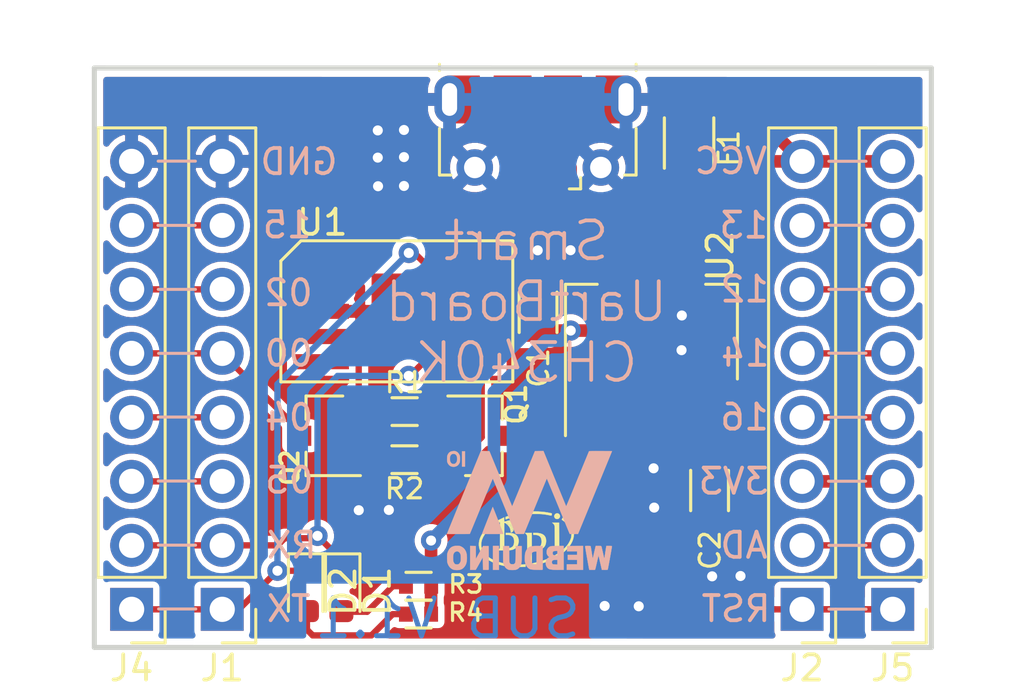
<source format=kicad_pcb>
(kicad_pcb (version 20171130) (host pcbnew "(5.1.4)-1")
  (title_block (title Smart-UartBoard) (date 2019-11-22) (rev V1.0) (company "BPI @ Webduino"))
  (layers (0 F.Cu signal) (31 B.Cu signal) (34 B.Paste user) (35 F.Paste user) (36 B.SilkS user) (37 F.SilkS user) (38 B.Mask user) (39 F.Mask user) (44 Edge.Cuts user))
  (net 0 "")
  (net 1 GND)
  (net 2 VCC)
  (net 3 /15)
  (net 4 /02)
  (net 5 /00)
  (net 6 /04)
  (net 7 /05)
  (net 8 /13)
  (net 9 /12)
  (net 10 /14)
  (net 11 /16)
  (net 12 /AD)
  (net 13 /RST)
  (net 14 /UD+)
  (net 15 "Net-(J3-Pad4)")
  (net 16 /UD-)
  (net 17 /RTS)
  (net 18 "Net-(Q1-Pad1)")
  (net 19 /DTR)
  (net 20 "Net-(Q2-Pad1)")
  (net 21 "Net-(U1-Pad5)")
  (net 22 /RXD)
  (net 23 +3V3)
  (net 24 "Net-(D1-Pad2)")
  (net 25 "Net-(D2-Pad2)")
  (net 26 /3V3)
  (net 27 "Net-(F1-Pad2)")
  (net 28 /RX)
  (module BPI:webduino-logo (layer B.Cu) (at 90.10142 85.45068 180)
    (fp_text reference O2 hide)
    (fp_text value Webduino-Logo hide)
  )
  (module BPI:bpi-logo (layer F.Cu) (at 90.14968 86.48954)
    (fp_text reference O1 hide)
    (fp_text value BPI-LOGO hide)
  )
  (module BPI:R0402 (layer F.Cu) (at 85.23732 83.3628 180)
    (fp_text reference R2)
    (fp_text value 1K)
    (fp_text user %R (at 0 -1.15) (layer F.SilkS) (effects (font (size 0.8 0.8) (thickness 0.125))))
    (pad 1 smd rect (at -0.5 0 180) (size 0.55 0.6) (layers F.Cu F.Paste F.Mask) (net 17 /RTS))
    (pad 2 smd rect (at 0.5 0 180) (size 0.55 0.6) (layers F.Cu F.Paste F.Mask) (net 20 "Net-(Q2-Pad1)"))
  )
  (module BPI:R0402 (layer F.Cu) (at 85.2424 81.45526)
    (fp_text reference R1)
    (fp_text value 1K)
    (fp_text user %R (at 0 -1.15) (layer F.SilkS) (effects (font (size 0.8 0.8) (thickness 0.125))))
    (pad 1 smd rect (at -0.5 0) (size 0.55 0.6) (layers F.Cu F.Paste F.Mask) (net 19 /DTR))
    (pad 2 smd rect (at 0.5 0) (size 0.55 0.6) (layers F.Cu F.Paste F.Mask) (net 18 "Net-(Q1-Pad1)"))
  )
  (module LED_SMD:LED_0603_1608Metric (layer F.Cu) (at 81.3689 88.58504 270)
    (fp_text reference D2 (at 0 -1.43 90) (layer F.SilkS))
    (fp_text value LED-R)
    (pad 2 smd roundrect (at 0.7875 0 270) (size 0.875 0.95) (layers F.Cu F.Paste F.Mask) (net 25 "Net-(D2-Pad2)"))
    (pad 1 smd roundrect (at -0.7875 0 270) (size 0.875 0.95) (layers F.Cu F.Paste F.Mask) (net 22 /RXD))
  )
  (module LED_SMD:LED_0603_1608Metric (layer F.Cu) (at 82.73542 88.58728 270)
    (fp_text reference D1 (at 0 -1.43 90) (layer F.SilkS))
    (fp_text value LED-R)
    (pad 2 smd roundrect (at 0.7875 0 270) (size 0.875 0.95) (layers F.Cu F.Paste F.Mask) (net 24 "Net-(D1-Pad2)"))
    (pad 1 smd roundrect (at -0.7875 0 270) (size 0.875 0.95) (layers F.Cu F.Paste F.Mask) (net 28 /RX))
  )
  (module Package_TO_SOT_SMD:SOT-223-3_TabPin2 (layer F.Cu) (at 95.03156 78.31074 90)
    (fp_text reference U2 (at 3.02768 2.72796 90) (layer F.SilkS))
    (fp_text value AMS1117-3.3)
    (pad 1 smd rect (at -3.15 -2.3 90) (size 2 1.5) (layers F.Cu F.Paste F.Mask) (net 1 GND))
    (pad 3 smd rect (at -3.15 2.3 90) (size 2 1.5) (layers F.Cu F.Paste F.Mask) (net 2 VCC))
    (pad 2 smd rect (at -3.15 0 90) (size 2 1.5) (layers F.Cu F.Paste F.Mask) (net 23 +3V3))
    (pad 2 smd rect (at 3.15 0 90) (size 2 3.8) (layers F.Cu F.Paste F.Mask) (net 23 +3V3))
  )
  (module BPI:R0805 (layer F.Cu) (at 96.52508 70.79488 270)
    (fp_text reference F1)
    (fp_text value "Fuse 500mA")
    (fp_text user %R (at 0.21 -1.58 90) (layer F.SilkS) (effects (font (size 0.8 0.8) (thickness 0.125))))
    (pad 2 smd rect (at 0.875 0 270) (size 1.1 1.45) (layers F.Cu F.Paste F.Mask) (net 27 "Net-(F1-Pad2)"))
    (pad 1 smd rect (at -0.875 0 270) (size 1.1 1.45) (layers F.Cu F.Paste F.Mask) (net 2 VCC))
  )
  (module BPI:C0603 (layer F.Cu) (at 97.33788 84.58708 90)
    (fp_text reference C2)
    (fp_text value 10uF)
    (fp_text user %R (at -2.37236 0.01778 90) (layer F.SilkS) (effects (font (size 0.8 0.8) (thickness 0.125))))
    (pad 2 smd rect (at 0.725 0 90) (size 0.85 1) (layers F.Cu F.Paste F.Mask) (net 2 VCC))
    (pad 1 smd rect (at -0.725 0 90) (size 0.85 1) (layers F.Cu F.Paste F.Mask) (net 1 GND))
  )
  (module BPI:C0603 (layer F.Cu) (at 90.53576 77.51428 270)
    (fp_text reference C1)
    (fp_text value 10uF)
    (fp_text user %R (at 2.2087 -0.01778 90) (layer F.SilkS) (effects (font (size 0.8 0.8) (thickness 0.125))))
    (pad 2 smd rect (at 0.725 0 270) (size 0.85 1) (layers F.Cu F.Paste F.Mask) (net 23 +3V3))
    (pad 1 smd rect (at -0.725 0 270) (size 0.85 1) (layers F.Cu F.Paste F.Mask) (net 1 GND))
  )
  (module Package_TO_SOT_SMD:SOT-23 (layer F.Cu) (at 88.35644 82.41538)
    (fp_text reference Q1 (at 1.31064 -1.25476 -90) (layer F.SilkS) (effects (font (size 0.8 0.8))))
    (fp_text value MMBT3904)
    (pad 1 smd rect (at -1 -0.95) (size 0.9 0.8) (layers F.Cu F.Paste F.Mask) (net 18 "Net-(Q1-Pad1)"))
    (pad 2 smd rect (at -1 0.95) (size 0.9 0.8) (layers F.Cu F.Paste F.Mask) (net 17 /RTS))
    (pad 3 smd rect (at 1 0) (size 0.9 0.8) (layers F.Cu F.Paste F.Mask) (net 13 /RST))
  )
  (module BPI:R0402 (layer F.Cu) (at 85.79358 89.49436 180)
    (fp_text reference R4)
    (fp_text value 1K)
    (fp_text user %R (at -1.8669 0.06604) (layer F.SilkS) (effects (font (size 0.7 0.7) (thickness 0.125))))
    (pad 1 smd rect (at -0.5 0 180) (size 0.55 0.6) (layers F.Cu F.Paste F.Mask) (net 23 +3V3))
    (pad 2 smd rect (at 0.5 0 180) (size 0.55 0.6) (layers F.Cu F.Paste F.Mask) (net 25 "Net-(D2-Pad2)"))
  )
  (module BPI:R0402 (layer F.Cu) (at 85.79612 88.38438 180)
    (fp_text reference R3)
    (fp_text value 1K)
    (fp_text user %R (at -1.87452 0.0762) (layer F.SilkS) (effects (font (size 0.7 0.7) (thickness 0.125))))
    (pad 1 smd rect (at -0.5 0 180) (size 0.55 0.6) (layers F.Cu F.Paste F.Mask) (net 23 +3V3))
    (pad 2 smd rect (at 0.5 0 180) (size 0.55 0.6) (layers F.Cu F.Paste F.Mask) (net 24 "Net-(D1-Pad2)"))
  )
  (module BPI:ESSOP-10 (layer F.Cu) (at 84.93252 77.47508 270)
    (fp_text reference U1 (at -3.5306 2.9591 180) (layer F.SilkS))
    (fp_text value CH340K)
    (pad 0 smd rect (at 0 0 270) (size 3 2) (layers F.Cu F.Paste F.Mask) (net 1 GND))
    (pad 5 smd rect (at 2 3 270) (size 0.6 2.2) (layers F.Cu F.Paste F.Mask) (net 21 "Net-(U1-Pad5)"))
    (pad 6 smd rect (at 2 -3 270) (size 0.6 2.2) (layers F.Cu F.Paste F.Mask) (net 17 /RTS))
    (pad 4 smd rect (at 1 3 270) (size 0.6 2.2) (layers F.Cu F.Paste F.Mask) (net 19 /DTR))
    (pad 7 smd rect (at 1 -3 270) (size 0.6 2.2) (layers F.Cu F.Paste F.Mask) (net 23 +3V3))
    (pad 3 smd rect (at 0 3 270) (size 0.6 2.2) (layers F.Cu F.Paste F.Mask) (net 1 GND))
    (pad 8 smd rect (at 0 -3 270) (size 0.6 2.2) (layers F.Cu F.Paste F.Mask) (net 28 /RX))
    (pad 2 smd rect (at -1 3 270) (size 0.6 2.2) (layers F.Cu F.Paste F.Mask) (net 16 /UD-))
    (pad 9 smd rect (at -1 -3 270) (size 0.6 2.2) (layers F.Cu F.Paste F.Mask) (net 22 /RXD))
    (pad 1 smd rect (at -2 3 270) (size 0.6 2.2) (layers F.Cu F.Paste F.Mask) (net 14 /UD+))
    (pad 10 smd rect (at -2 -3 270) (size 0.6 2.2) (layers F.Cu F.Paste F.Mask) (net 23 +3V3))
  )
  (module Connector_USB:USB_Micro-B_Molex-105017-0001 (layer F.Cu) (at 90.52438 70.30366 180)
    (fp_text reference J3 hide)
    (fp_text value USB_B_Micro)
    (pad 6 smd rect (at 1 1.2375 180) (size 1.5 1.9) (layers F.Cu F.Paste F.Mask) (net 1 GND))
    (pad 6 thru_hole circle (at -2.5 -1.4625 180) (size 1.45 1.45) (drill 0.85) (layers *.Cu *.Mask) (net 1 GND))
    (pad 2 smd rect (at -0.65 -1.4625 180) (size 0.4 1.35) (layers F.Cu F.Paste F.Mask) (net 16 /UD-))
    (pad 1 smd rect (at -1.3 -1.4625 180) (size 0.4 1.35) (layers F.Cu F.Paste F.Mask) (net 27 "Net-(F1-Pad2)"))
    (pad 5 smd rect (at 1.3 -1.4625 180) (size 0.4 1.35) (layers F.Cu F.Paste F.Mask) (net 1 GND))
    (pad 4 smd rect (at 0.65 -1.4625 180) (size 0.4 1.35) (layers F.Cu F.Paste F.Mask) (net 15 "Net-(J3-Pad4)"))
    (pad 3 smd rect (at 0 -1.4625 180) (size 0.4 1.35) (layers F.Cu F.Paste F.Mask) (net 14 /UD+))
    (pad 6 thru_hole circle (at 2.5 -1.4625 180) (size 1.45 1.45) (drill 0.85) (layers *.Cu *.Mask) (net 1 GND))
    (pad 6 smd rect (at -1 1.2375 180) (size 1.5 1.9) (layers F.Cu F.Paste F.Mask) (net 1 GND))
    (pad 6 thru_hole oval (at -3.5 1.2375) (size 1.2 1.9) (drill oval 0.6 1.3) (layers *.Cu *.Mask) (net 1 GND))
    (pad 6 thru_hole oval (at 3.5 1.2375 180) (size 1.2 1.9) (drill oval 0.6 1.3) (layers *.Cu *.Mask) (net 1 GND))
    (pad 6 smd rect (at 2.9 1.2375 180) (size 1.2 1.9) (layers F.Cu F.Mask) (net 1 GND))
    (pad 6 smd rect (at -2.9 1.2375 180) (size 1.2 1.9) (layers F.Cu F.Mask) (net 1 GND))
  )
  (module Pin_Headers:Pin_Header_Straight_1x08_Pitch2.54mm (layer F.Cu) (at 78.00838 89.30366 180)
    (fp_text reference J1 (at 0 -2.33) (layer F.SilkS))
    (fp_text value Smart-Pin-2)
    (pad 1 thru_hole rect (at 0 0 180) (size 1.7 1.7) (drill 1) (layers *.Cu *.Mask) (net 22 /RXD))
    (pad 2 thru_hole oval (at 0 2.54 180) (size 1.7 1.7) (drill 1) (layers *.Cu *.Mask) (net 28 /RX))
    (pad 3 thru_hole oval (at 0 5.08 180) (size 1.7 1.7) (drill 1) (layers *.Cu *.Mask) (net 7 /05))
    (pad 4 thru_hole oval (at 0 7.62 180) (size 1.7 1.7) (drill 1) (layers *.Cu *.Mask) (net 6 /04))
    (pad 5 thru_hole oval (at 0 10.16 180) (size 1.7 1.7) (drill 1) (layers *.Cu *.Mask) (net 5 /00))
    (pad 6 thru_hole oval (at 0 12.7 180) (size 1.7 1.7) (drill 1) (layers *.Cu *.Mask) (net 4 /02))
    (pad 7 thru_hole oval (at 0 15.24 180) (size 1.7 1.7) (drill 1) (layers *.Cu *.Mask) (net 3 /15))
    (pad 8 thru_hole oval (at 0 17.78 180) (size 1.7 1.7) (drill 1) (layers *.Cu *.Mask) (net 1 GND))
  )
  (module Pin_Headers:Pin_Header_Straight_1x08_Pitch2.54mm (layer F.Cu) (at 101.00818 89.30386 180)
    (fp_text reference J2 (at 0 -2.33) (layer F.SilkS))
    (fp_text value Smart-Pin-1)
    (pad 1 thru_hole rect (at 0 0 180) (size 1.7 1.7) (drill 1) (layers *.Cu *.Mask) (net 13 /RST))
    (pad 2 thru_hole oval (at 0 2.54 180) (size 1.7 1.7) (drill 1) (layers *.Cu *.Mask) (net 12 /AD))
    (pad 3 thru_hole oval (at 0 5.08 180) (size 1.7 1.7) (drill 1) (layers *.Cu *.Mask) (net 26 /3V3))
    (pad 4 thru_hole oval (at 0 7.62 180) (size 1.7 1.7) (drill 1) (layers *.Cu *.Mask) (net 11 /16))
    (pad 5 thru_hole oval (at 0 10.16 180) (size 1.7 1.7) (drill 1) (layers *.Cu *.Mask) (net 10 /14))
    (pad 6 thru_hole oval (at 0 12.7 180) (size 1.7 1.7) (drill 1) (layers *.Cu *.Mask) (net 9 /12))
    (pad 7 thru_hole oval (at 0 15.24 180) (size 1.7 1.7) (drill 1) (layers *.Cu *.Mask) (net 8 /13))
    (pad 8 thru_hole oval (at 0 17.78 180) (size 1.7 1.7) (drill 1) (layers *.Cu *.Mask) (net 2 VCC))
  )
  (module Pin_Headers:Pin_Header_Straight_1x08_Pitch2.54mm (layer F.Cu) (at 104.60228 89.30386 180)
    (fp_text reference J5 (at 0 -2.33) (layer F.SilkS))
    (fp_text value Smart-Pin-1)
    (pad 1 thru_hole rect (at 0 0 180) (size 1.7 1.7) (drill 1) (layers *.Cu *.Mask) (net 13 /RST))
    (pad 2 thru_hole oval (at 0 2.54 180) (size 1.7 1.7) (drill 1) (layers *.Cu *.Mask) (net 12 /AD))
    (pad 3 thru_hole oval (at 0 5.08 180) (size 1.7 1.7) (drill 1) (layers *.Cu *.Mask) (net 26 /3V3))
    (pad 4 thru_hole oval (at 0 7.62 180) (size 1.7 1.7) (drill 1) (layers *.Cu *.Mask) (net 11 /16))
    (pad 5 thru_hole oval (at 0 10.16 180) (size 1.7 1.7) (drill 1) (layers *.Cu *.Mask) (net 10 /14))
    (pad 6 thru_hole oval (at 0 12.7 180) (size 1.7 1.7) (drill 1) (layers *.Cu *.Mask) (net 9 /12))
    (pad 7 thru_hole oval (at 0 15.24 180) (size 1.7 1.7) (drill 1) (layers *.Cu *.Mask) (net 8 /13))
    (pad 8 thru_hole oval (at 0 17.78 180) (size 1.7 1.7) (drill 1) (layers *.Cu *.Mask) (net 2 VCC))
  )
  (module Package_TO_SOT_SMD:SOT-23 (layer F.Cu) (at 82.09026 82.41538 180)
    (fp_text reference Q2 (at 1.40462 -1.26238 270) (layer F.SilkS) (effects (font (size 0.7 0.7))))
    (fp_text value MMBT3904)
    (pad 1 smd rect (at -1 -0.95 180) (size 0.9 0.8) (layers F.Cu F.Paste F.Mask) (net 20 "Net-(Q2-Pad1)"))
    (pad 2 smd rect (at -1 0.95 180) (size 0.9 0.8) (layers F.Cu F.Paste F.Mask) (net 19 /DTR))
    (pad 3 smd rect (at 1 0 180) (size 0.9 0.8) (layers F.Cu F.Paste F.Mask) (net 5 /00))
  )
  (module Pin_Headers:Pin_Header_Straight_1x08_Pitch2.54mm (layer F.Cu) (at 74.41438 89.30386 180)
    (fp_text reference J4 (at 0 -2.33) (layer F.SilkS))
    (fp_text value Smart-Pin-2)
    (pad 1 thru_hole rect (at 0 0 180) (size 1.7 1.7) (drill 1) (layers *.Cu *.Mask) (net 22 /RXD))
    (pad 2 thru_hole oval (at 0 2.54 180) (size 1.7 1.7) (drill 1) (layers *.Cu *.Mask) (net 28 /RX))
    (pad 3 thru_hole oval (at 0 5.08 180) (size 1.7 1.7) (drill 1) (layers *.Cu *.Mask) (net 7 /05))
    (pad 4 thru_hole oval (at 0 7.62 180) (size 1.7 1.7) (drill 1) (layers *.Cu *.Mask) (net 6 /04))
    (pad 5 thru_hole oval (at 0 10.16 180) (size 1.7 1.7) (drill 1) (layers *.Cu *.Mask) (net 5 /00))
    (pad 6 thru_hole oval (at 0 12.7 180) (size 1.7 1.7) (drill 1) (layers *.Cu *.Mask) (net 4 /02))
    (pad 7 thru_hole oval (at 0 15.24 180) (size 1.7 1.7) (drill 1) (layers *.Cu *.Mask) (net 3 /15))
    (pad 8 thru_hole oval (at 0 17.78 180) (size 1.7 1.7) (drill 1) (layers *.Cu *.Mask) (net 1 GND))
  )
  (gr_line (start 106.1339 67.818) (end 72.9361 67.81516) (layer Edge.Cuts) (width 0.2))
  (gr_line (start 72.9361 67.81516) (end 72.9361 90.81516) (layer Edge.Cuts) (width 0.2))
  (gr_line (start 72.9361 90.81516) (end 106.1339 90.818) (layer Edge.Cuts) (width 0.2))
  (gr_line (start 106.1339 90.818) (end 106.1339 67.818) (layer Edge.Cuts) (width 0.2))
  (gr_text GND (at 81.0514 71.53656) (layer B.SilkS) (effects (font (size 1 1)) (justify mirror)))
  (gr_text "SUB V1.1" (at 86.94674 89.66708) (layer B.Cu) (effects (font (size 1.5 1.5) (thickness 0.2)) (justify mirror)))
  (gr_text RST (at 98.3869 89.281) (layer B.SilkS) (effects (font (size 1 1)) (justify mirror)))
  (gr_text AD (at 98.69932 86.7664) (layer B.SilkS) (effects (font (size 1 1)) (justify mirror)))
  (gr_text 3V3 (at 98.29546 84.22132) (layer B.SilkS) (effects (font (size 1 1)) (justify mirror)))
  (gr_text 16 (at 98.72218 81.67624) (layer B.SilkS) (effects (font (size 1 1)) (justify mirror)))
  (gr_text 14 (at 98.74758 79.14386) (layer B.SilkS) (effects (font (size 1 1)) (justify mirror)))
  (gr_text 12 (at 98.7298 76.59624) (layer B.SilkS) (effects (font (size 1 1)) (justify mirror)))
  (gr_text 13 (at 98.69424 74.06132) (layer B.SilkS) (effects (font (size 1 1)) (justify mirror)))
  (gr_text VCC (at 98.18116 71.51116) (layer B.SilkS) (effects (font (size 1 1)) (justify mirror)))
  (gr_line (start 102.0699 89.29624) (end 103.54564 89.29624) (layer B.SilkS) (width 0.12))
  (gr_line (start 102.06736 86.76386) (end 103.5431 86.76386) (layer B.SilkS) (width 0.12))
  (gr_line (start 102.05212 84.21878) (end 103.52786 84.21878) (layer B.SilkS) (width 0.12))
  (gr_line (start 102.05974 81.67878) (end 103.53548 81.67878) (layer B.SilkS) (width 0.12))
  (gr_line (start 102.06482 79.13624) (end 103.54056 79.13624) (layer B.SilkS) (width 0.12))
  (gr_line (start 102.0699 76.60386) (end 103.54564 76.60386) (layer B.SilkS) (width 0.12))
  (gr_line (start 102.0699 74.05878) (end 103.54564 74.05878) (layer B.SilkS) (width 0.12))
  (gr_line (start 102.06736 71.51878) (end 103.5431 71.51878) (layer B.SilkS) (width 0.12))
  (gr_text TX (at 80.64246 89.281) (layer B.SilkS) (effects (font (size 1 1)) (justify mirror)))
  (gr_text RX (at 80.76692 86.76132) (layer B.SilkS) (effects (font (size 1 1)) (justify mirror)))
  (gr_text 05 (at 80.6704 84.18322) (layer B.SilkS) (effects (font (size 1 1)) (justify mirror)))
  (gr_text 04 (at 80.6577 81.68894) (layer B.SilkS) (effects (font (size 1 1)) (justify mirror)))
  (gr_text 00 (at 80.645 79.1464) (layer B.SilkS) (effects (font (size 1 1)) (justify mirror)))
  (gr_text 02 (at 80.63484 76.74102) (layer B.SilkS) (effects (font (size 1 1)) (justify mirror)))
  (gr_text 15 (at 80.57896 74.05116) (layer B.SilkS) (effects (font (size 1 1)) (justify mirror)))
  (gr_line (start 75.48372 89.28862) (end 76.95946 89.28862) (layer B.SilkS) (width 0.12))
  (gr_line (start 75.4761 86.75624) (end 76.95184 86.75624) (layer B.SilkS) (width 0.12))
  (gr_line (start 75.47102 84.21116) (end 76.94676 84.21116) (layer B.SilkS) (width 0.12))
  (gr_line (start 75.47102 81.67116) (end 76.94676 81.67116) (layer B.SilkS) (width 0.12))
  (gr_line (start 75.48372 79.14386) (end 76.95946 79.14386) (layer B.SilkS) (width 0.12))
  (gr_line (start 75.47102 76.60386) (end 76.94676 76.60386) (layer B.SilkS) (width 0.12))
  (gr_line (start 75.45832 74.06386) (end 76.93406 74.06386) (layer B.SilkS) (width 0.12))
  (gr_line (start 75.46848 71.5137) (end 76.94422 71.5137) (layer B.SilkS) (width 0.12))
  (gr_text "Smart\nUartBoard\nCH340K\n" (at 90.07094 77.09408) (layer B.SilkS) (effects (font (size 1.5 1.5)) (justify mirror)))
  (via (at 90.52052 75.05446) (size 0.8) (drill 0.4) (layers F.Cu B.Cu) (net 1))
  (via (at 91.82354 75.04938) (size 0.8) (drill 0.4) (layers F.Cu B.Cu) (net 1))
  (via (at 84.1883 72.50938) (size 0.8) (drill 0.4) (layers F.Cu B.Cu) (net 1))
  (via (at 84.17814 71.374) (size 0.8) (drill 0.4) (layers F.Cu B.Cu) (net 1))
  (via (at 84.17814 70.2945) (size 0.8) (drill 0.4) (layers F.Cu B.Cu) (net 1))
  (via (at 85.217 72.49922) (size 0.8) (drill 0.4) (layers F.Cu B.Cu) (net 1))
  (via (at 85.217 71.35368) (size 0.8) (drill 0.4) (layers F.Cu B.Cu) (net 1))
  (via (at 85.217 70.27672) (size 0.8) (drill 0.4) (layers F.Cu B.Cu) (net 1))
  (via (at 83.42376 85.3694) (size 0.8) (drill 0.4) (layers F.Cu B.Cu) (net 1))
  (via (at 84.61756 85.35924) (size 0.8) (drill 0.4) (layers F.Cu B.Cu) (net 1))
  (via (at 94.52864 89.18194) (size 0.8) (drill 0.4) (layers F.Cu B.Cu) (net 1))
  (via (at 93.17736 89.16924) (size 0.8) (drill 0.4) (layers F.Cu B.Cu) (net 1))
  (via (at 95.14078 85.26526) (size 0.8) (drill 0.4) (layers F.Cu B.Cu) (net 1))
  (via (at 95.11792 83.7057) (size 0.8) (drill 0.4) (layers F.Cu B.Cu) (net 1))
  (via (at 96.22536 79.01686) (size 0.8) (drill 0.4) (layers F.Cu B.Cu) (net 1))
  (via (at 96.23806 77.64018) (size 0.8) (drill 0.4) (layers F.Cu B.Cu) (net 1))
  (via (at 97.43948 87.99322) (size 0.8) (drill 0.4) (layers F.Cu B.Cu) (net 1))
  (via (at 98.5647 87.98052) (size 0.8) (drill 0.4) (layers F.Cu B.Cu) (net 1))
  (segment (start 103.400199 71.52386) (end 104.60228 71.52386) (width 0.5) (layer F.Cu) (net 2))
  (segment (start 101.00818 71.52386) (end 103.400199 71.52386) (width 0.5) (layer F.Cu) (net 2))
  (segment (start 97.33156 81.21074) (end 97.33156 81.46074) (width 0.5) (layer F.Cu) (net 2))
  (segment (start 98.58156 79.96074) (end 97.33156 81.21074) (width 0.5) (layer F.Cu) (net 2))
  (segment (start 98.58156 72.748399) (end 98.58156 79.96074) (width 0.5) (layer F.Cu) (net 2))
  (segment (start 101.00818 71.52386) (end 99.806099 71.52386) (width 0.5) (layer F.Cu) (net 2))
  (segment (start 99.806099 71.52386) (end 98.58156 72.748399) (width 0.5) (layer F.Cu) (net 2))
  (segment (start 99.4042 69.91988) (end 101.00818 71.52386) (width 0.5) (layer F.Cu) (net 2))
  (segment (start 96.52508 69.91988) (end 99.4042 69.91988) (width 0.5) (layer F.Cu) (net 2))
  (segment (start 97.33156 83.85576) (end 97.33788 83.86208) (width 0.5) (layer F.Cu) (net 2))
  (segment (start 97.33156 81.46074) (end 97.33156 83.85576) (width 0.5) (layer F.Cu) (net 2))
  (segment (start 74.41458 74.06366) (end 74.41438 74.06386) (width 0.25) (layer F.Cu) (net 3))
  (segment (start 78.00838 74.06366) (end 74.41458 74.06366) (width 0.25) (layer F.Cu) (net 3))
  (segment (start 78.00818 76.60386) (end 78.00838 76.60366) (width 0.25) (layer F.Cu) (net 4))
  (segment (start 74.41438 76.60386) (end 78.00818 76.60386) (width 0.25) (layer F.Cu) (net 4))
  (segment (start 78.00818 79.14386) (end 78.00838 79.14366) (width 0.25) (layer F.Cu) (net 5))
  (segment (start 74.41438 79.14386) (end 78.00818 79.14386) (width 0.25) (layer F.Cu) (net 5))
  (segment (start 81.09026 82.22554) (end 81.09026 82.41538) (width 0.25) (layer F.Cu) (net 5))
  (segment (start 78.00838 79.14366) (end 81.09026 82.22554) (width 0.25) (layer F.Cu) (net 5))
  (segment (start 74.41458 81.68366) (end 74.41438 81.68386) (width 0.25) (layer F.Cu) (net 6))
  (segment (start 78.00838 81.68366) (end 74.41458 81.68366) (width 0.25) (layer F.Cu) (net 6))
  (segment (start 78.00818 84.22386) (end 78.00838 84.22366) (width 0.25) (layer F.Cu) (net 7))
  (segment (start 74.41438 84.22386) (end 78.00818 84.22386) (width 0.25) (layer F.Cu) (net 7))
  (segment (start 104.60228 74.06386) (end 101.00818 74.06386) (width 0.25) (layer F.Cu) (net 8))
  (segment (start 102.210261 76.60386) (end 104.60228 76.60386) (width 0.25) (layer F.Cu) (net 9))
  (segment (start 101.00818 76.60386) (end 102.210261 76.60386) (width 0.25) (layer F.Cu) (net 9))
  (segment (start 103.400199 79.14386) (end 101.00818 79.14386) (width 0.25) (layer F.Cu) (net 10))
  (segment (start 104.60228 79.14386) (end 103.400199 79.14386) (width 0.25) (layer F.Cu) (net 10))
  (segment (start 102.210261 81.68386) (end 104.60228 81.68386) (width 0.25) (layer F.Cu) (net 11))
  (segment (start 101.00818 81.68386) (end 102.210261 81.68386) (width 0.25) (layer F.Cu) (net 11))
  (segment (start 103.400199 86.76386) (end 101.00818 86.76386) (width 0.25) (layer F.Cu) (net 12))
  (segment (start 104.60228 86.76386) (end 103.400199 86.76386) (width 0.25) (layer F.Cu) (net 12))
  (segment (start 102.10818 89.30386) (end 104.60228 89.30386) (width 0.25) (layer F.Cu) (net 13))
  (segment (start 101.00818 89.30386) (end 102.10818 89.30386) (width 0.25) (layer F.Cu) (net 13))
  (segment (start 103.50228 89.30386) (end 101.00818 89.30386) (width 0.25) (layer F.Cu) (net 13))
  (segment (start 104.60228 89.30386) (end 103.50228 89.30386) (width 0.25) (layer F.Cu) (net 13))
  (segment (start 99.90818 89.30386) (end 101.00818 89.30386) (width 0.25) (layer F.Cu) (net 13))
  (segment (start 96.94492 89.30386) (end 99.90818 89.30386) (width 0.25) (layer F.Cu) (net 13))
  (segment (start 89.35644 82.41538) (end 90.05644 82.41538) (width 0.25) (layer F.Cu) (net 13))
  (segment (start 90.05644 82.41538) (end 96.94492 89.30386) (width 0.25) (layer F.Cu) (net 13))
  (segment (start 81.93252 75.47508) (end 83.256135 75.47508) (width 0.2) (layer F.Cu) (net 14))
  (segment (start 83.256135 75.47508) (end 84.760026 73.971189) (width 0.2) (layer F.Cu) (net 14))
  (segment (start 84.760026 73.971189) (end 89.084353 73.971189) (width 0.2) (layer F.Cu) (net 14))
  (segment (start 90.52438 71.779763) (end 90.52438 71.76616) (width 0.2) (layer F.Cu) (net 14))
  (segment (start 90.52438 72.531162) (end 90.52438 71.779763) (width 0.2) (layer F.Cu) (net 14))
  (segment (start 89.084353 73.971189) (end 90.52438 72.531162) (width 0.2) (layer F.Cu) (net 14))
  (segment (start 82.8896 76.47508) (end 83.629601 75.735079) (width 0.2) (layer F.Cu) (net 16))
  (segment (start 81.93252 76.47508) (end 82.8896 76.47508) (width 0.2) (layer F.Cu) (net 16))
  (segment (start 84.996398 74.3712) (end 89.334342 74.3712) (width 0.2) (layer F.Cu) (net 16))
  (segment (start 83.632519 75.735079) (end 84.996398 74.3712) (width 0.2) (layer F.Cu) (net 16))
  (segment (start 83.629601 75.735079) (end 83.632519 75.735079) (width 0.2) (layer F.Cu) (net 16))
  (segment (start 91.17076 71.76978) (end 91.17438 71.76616) (width 0.2) (layer F.Cu) (net 16))
  (segment (start 91.17076 72.534782) (end 91.17076 71.76978) (width 0.2) (layer F.Cu) (net 16))
  (segment (start 89.334342 74.3712) (end 91.17076 72.534782) (width 0.2) (layer F.Cu) (net 16))
  (segment (start 87.35386 83.3628) (end 87.35644 83.36538) (width 0.25) (layer F.Cu) (net 17))
  (segment (start 85.68732 83.3628) (end 87.35386 83.3628) (width 0.25) (layer F.Cu) (net 17))
  (segment (start 87.40644 83.36538) (end 88.30056 82.47126) (width 0.25) (layer F.Cu) (net 17))
  (segment (start 87.35644 83.36538) (end 87.40644 83.36538) (width 0.25) (layer F.Cu) (net 17))
  (segment (start 87.93252 80.02508) (end 87.93252 79.47508) (width 0.25) (layer F.Cu) (net 17))
  (segment (start 88.30056 82.47126) (end 88.30056 80.39312) (width 0.25) (layer F.Cu) (net 17))
  (segment (start 88.30056 80.39312) (end 87.93252 80.02508) (width 0.25) (layer F.Cu) (net 17))
  (segment (start 87.34632 81.45526) (end 87.35644 81.46538) (width 0.25) (layer F.Cu) (net 18))
  (segment (start 85.6924 81.45526) (end 87.34632 81.45526) (width 0.25) (layer F.Cu) (net 18))
  (segment (start 83.10038 81.45526) (end 83.09026 81.46538) (width 0.25) (layer F.Cu) (net 19))
  (segment (start 84.7924 81.45526) (end 83.10038 81.45526) (width 0.25) (layer F.Cu) (net 19))
  (segment (start 83.28252 78.47508) (end 81.93252 78.47508) (width 0.25) (layer F.Cu) (net 19))
  (segment (start 83.42122 78.61378) (end 83.28252 78.47508) (width 0.25) (layer F.Cu) (net 19))
  (segment (start 83.42122 80.48442) (end 83.42122 78.61378) (width 0.25) (layer F.Cu) (net 19))
  (segment (start 83.09026 81.46538) (end 83.09026 80.81538) (width 0.25) (layer F.Cu) (net 19))
  (segment (start 83.09026 80.81538) (end 83.42122 80.48442) (width 0.25) (layer F.Cu) (net 19))
  (segment (start 83.09284 83.3628) (end 83.09026 83.36538) (width 0.25) (layer F.Cu) (net 20))
  (segment (start 84.78732 83.3628) (end 83.09284 83.3628) (width 0.25) (layer F.Cu) (net 20))
  (segment (start 81.3689 87.77254) (end 80.19826 87.77254) (width 0.25) (layer F.Cu) (net 22))
  (via (at 80.19826 87.77254) (size 0.8) (drill 0.4) (layers F.Cu B.Cu) (net 22))
  (segment (start 80.19826 87.77254) (end 80.19826 82.55224) (width 0.25) (layer B.Cu) (net 22))
  (segment (start 80.19826 82.55224) (end 80.19826 80.36784) (width 0.25) (layer B.Cu) (net 22))
  (segment (start 80.19826 80.36784) (end 85.4075 75.1586) (width 0.25) (layer B.Cu) (net 22))
  (via (at 85.4075 75.1586) (size 0.8) (drill 0.4) (layers F.Cu B.Cu) (net 22))
  (segment (start 86.947518 76.47508) (end 87.93252 76.47508) (width 0.25) (layer F.Cu) (net 22))
  (segment (start 85.4075 75.1586) (end 85.631038 75.1586) (width 0.25) (layer F.Cu) (net 22))
  (segment (start 85.631038 75.1586) (end 86.947518 76.47508) (width 0.25) (layer F.Cu) (net 22))
  (segment (start 78.66714 89.30366) (end 78.00838 89.30366) (width 0.25) (layer F.Cu) (net 22))
  (segment (start 80.19826 87.77254) (end 78.66714 89.30366) (width 0.25) (layer F.Cu) (net 22))
  (segment (start 74.41458 89.30366) (end 74.41438 89.30386) (width 0.25) (layer F.Cu) (net 22))
  (segment (start 78.00838 89.30366) (end 74.41458 89.30366) (width 0.25) (layer F.Cu) (net 22))
  (segment (start 87.9796 78.428) (end 87.93252 78.47508) (width 0.51) (layer F.Cu) (net 23))
  (segment (start 89.50156 75.825118) (end 89.50156 78.428) (width 0.51) (layer F.Cu) (net 23))
  (segment (start 89.151522 75.47508) (end 89.50156 75.825118) (width 0.51) (layer F.Cu) (net 23))
  (segment (start 87.93252 75.47508) (end 89.151522 75.47508) (width 0.51) (layer F.Cu) (net 23))
  (segment (start 90.42146 78.428) (end 89.50156 78.428) (width 0.51) (layer F.Cu) (net 23))
  (segment (start 89.50156 78.428) (end 87.9796 78.428) (width 0.51) (layer F.Cu) (net 23))
  (segment (start 91.53576 78.23928) (end 90.53576 78.23928) (width 0.5) (layer F.Cu) (net 23))
  (segment (start 95.03156 75.16074) (end 95.03156 76.66074) (width 0.5) (layer F.Cu) (net 23))
  (segment (start 95.03156 76.66074) (end 93.45302 78.23928) (width 0.5) (layer F.Cu) (net 23))
  (segment (start 93.3101 78.23928) (end 92.90778 78.23928) (width 0.5) (layer F.Cu) (net 23))
  (segment (start 95.03156 79.96074) (end 93.3101 78.23928) (width 0.5) (layer F.Cu) (net 23))
  (segment (start 95.03156 81.46074) (end 95.03156 79.96074) (width 0.5) (layer F.Cu) (net 23))
  (segment (start 93.45302 78.23928) (end 92.90778 78.23928) (width 0.5) (layer F.Cu) (net 23))
  (segment (start 92.90778 78.23928) (end 91.83082 78.23928) (width 0.5) (layer F.Cu) (net 23))
  (segment (start 91.83082 78.23928) (end 91.53576 78.23928) (width 0.5) (layer F.Cu) (net 23))
  (via (at 91.83082 78.23928) (size 0.8) (drill 0.4) (layers F.Cu B.Cu) (net 23))
  (segment (start 91.430821 78.639279) (end 90.832061 78.639279) (width 0.5) (layer B.Cu) (net 23))
  (segment (start 91.83082 78.23928) (end 91.430821 78.639279) (width 0.5) (layer B.Cu) (net 23))
  (segment (start 90.832061 78.639279) (end 88.7857 80.68564) (width 0.5) (layer B.Cu) (net 23))
  (segment (start 88.7857 80.68564) (end 88.7857 84.07654) (width 0.5) (layer B.Cu) (net 23))
  (via (at 86.29142 86.57336) (size 0.8) (drill 0.4) (layers F.Cu B.Cu) (net 23))
  (segment (start 88.7857 84.07654) (end 86.29142 86.57082) (width 0.5) (layer B.Cu) (net 23))
  (segment (start 86.29142 86.57082) (end 86.29142 86.57336) (width 0.5) (layer B.Cu) (net 23))
  (segment (start 86.29142 89.4922) (end 86.29358 89.49436) (width 0.5) (layer F.Cu) (net 23))
  (segment (start 86.29142 86.57336) (end 86.29142 89.4922) (width 0.5) (layer F.Cu) (net 23))
  (segment (start 83.75572 89.39978) (end 82.73542 89.39978) (width 0.25) (layer F.Cu) (net 24))
  (segment (start 85.29612 88.38438) (end 84.77112 88.38438) (width 0.25) (layer F.Cu) (net 24))
  (segment (start 84.77112 88.38438) (end 83.75572 89.39978) (width 0.25) (layer F.Cu) (net 24))
  (segment (start 81.3689 90.11004) (end 81.3689 89.39754) (width 0.25) (layer F.Cu) (net 25))
  (segment (start 81.59615 90.33729) (end 81.3689 90.11004) (width 0.25) (layer F.Cu) (net 25))
  (segment (start 83.92565 90.33729) (end 81.59615 90.33729) (width 0.25) (layer F.Cu) (net 25))
  (segment (start 85.29358 89.49436) (end 84.76858 89.49436) (width 0.25) (layer F.Cu) (net 25))
  (segment (start 84.76858 89.49436) (end 83.92565 90.33729) (width 0.25) (layer F.Cu) (net 25))
  (segment (start 104.60228 84.22386) (end 101.00818 84.22386) (width 0.5) (layer F.Cu) (net 26))
  (segment (start 92.26636 73.38314) (end 95.86182 73.38314) (width 0.5) (layer F.Cu) (net 27))
  (segment (start 91.82438 71.76616) (end 91.82438 72.94116) (width 0.5) (layer F.Cu) (net 27))
  (segment (start 95.86182 73.38314) (end 96.52508 72.71988) (width 0.5) (layer F.Cu) (net 27))
  (segment (start 91.82438 72.94116) (end 92.26636 73.38314) (width 0.5) (layer F.Cu) (net 27))
  (segment (start 96.52508 72.71988) (end 96.52508 71.66988) (width 0.5) (layer F.Cu) (net 27))
  (segment (start 74.41458 86.76366) (end 74.41438 86.76386) (width 0.25) (layer F.Cu) (net 28))
  (segment (start 78.00838 86.76366) (end 74.41458 86.76366) (width 0.25) (layer F.Cu) (net 28))
  (segment (start 86.58252 77.47508) (end 86.33206 77.72554) (width 0.25) (layer F.Cu) (net 28))
  (segment (start 87.93252 77.47508) (end 86.58252 77.47508) (width 0.25) (layer F.Cu) (net 28))
  (segment (start 86.33206 79.160542) (end 85.797562 79.69504) (width 0.25) (layer F.Cu) (net 28))
  (segment (start 86.33206 77.72554) (end 86.33206 79.160542) (width 0.25) (layer F.Cu) (net 28))
  (via (at 85.40242 80.03794) (size 0.8) (drill 0.4) (layers F.Cu B.Cu) (net 28))
  (segment (start 85.797562 79.69504) (end 85.454662 80.03794) (width 0.25) (layer F.Cu) (net 28))
  (segment (start 85.454662 80.03794) (end 85.40242 80.03794) (width 0.25) (layer F.Cu) (net 28))
  (segment (start 81.788 86.38794) (end 81.788 86.38794) (width 0.25) (layer B.Cu) (net 28))
  (via (at 81.788 86.38794) (size 0.8) (drill 0.4) (layers F.Cu B.Cu) (net 28))
  (segment (start 81.788 80.83804) (end 81.788 86.38794) (width 0.25) (layer B.Cu) (net 28))
  (segment (start 85.40242 80.03794) (end 82.5881 80.03794) (width 0.25) (layer B.Cu) (net 28))
  (segment (start 82.5881 80.03794) (end 81.788 80.83804) (width 0.25) (layer B.Cu) (net 28))
  (segment (start 79.210461 86.76366) (end 78.00838 86.76366) (width 0.25) (layer F.Cu) (net 28))
  (segment (start 82.78114 87.72906) (end 82.78114 87.38108) (width 0.25) (layer F.Cu) (net 28))
  (segment (start 82.73542 87.77478) (end 82.78114 87.72906) (width 0.25) (layer F.Cu) (net 28))
  (segment (start 82.78114 87.38108) (end 81.87944 86.47938) (width 0.25) (layer F.Cu) (net 28))
  (segment (start 80.48712 86.47938) (end 80.20284 86.76366) (width 0.25) (layer F.Cu) (net 28))
  (segment (start 81.87944 86.47938) (end 80.48712 86.47938) (width 0.25) (layer F.Cu) (net 28))
  (segment (start 80.20284 86.76366) (end 79.210461 86.76366) (width 0.25) (layer F.Cu) (net 28))
  (zone (net 1) (net_name GND) (layer F.Cu) (connect_pads (clearance 0.254)) (min_thickness 0.254) (fill yes (arc_segments 32) (thermal_gap 0.254) (thermal_bridge_width 0.508))
    (polygon (pts (xy 73.03008 67.78752) (xy 106.04246 67.78752) (xy 106.04246 90.8304) (xy 72.99452 90.8304)))
  )
  (zone (net 1) (net_name GND) (layer B.Cu) (connect_pads (clearance 0.254)) (min_thickness 0.254) (fill yes (arc_segments 32) (thermal_gap 0.254) (thermal_bridge_width 0.508))
    (polygon (pts (xy 73.025 67.7799) (xy 106.045 67.7799) (xy 106.045 90.8304) (xy 72.9996 90.8304)))
  )
)
</source>
